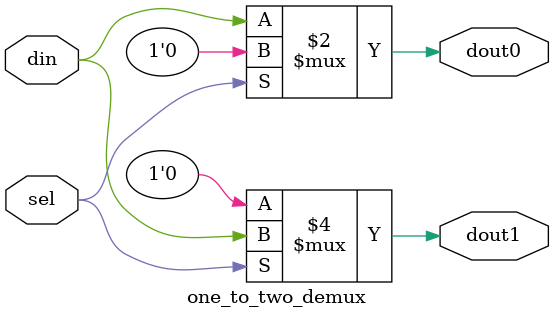
<source format=v>
module one_to_two_demux(
input sel,
input din,
output dout0,dout1);
assign dout0 = (sel==1'b0)?din:1'b0;
assign dout1 = (sel==1'b1)?din:1'b0;
endmodule

</source>
